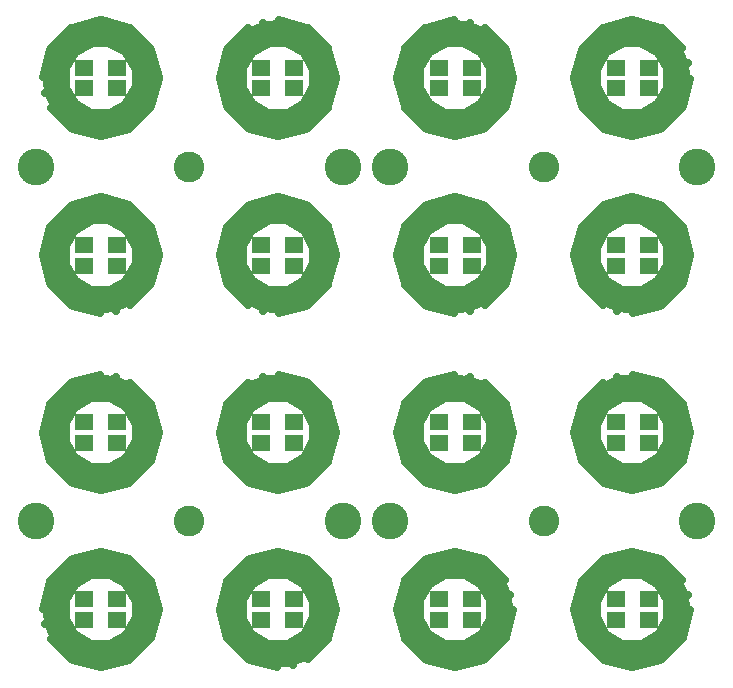
<source format=gbr>
G04 #@! TF.FileFunction,Soldermask,Top*
%FSLAX46Y46*%
G04 Gerber Fmt 4.6, Leading zero omitted, Abs format (unit mm)*
G04 Created by KiCad (PCBNEW 4.0.6) date Saturday 24 June 2017 19:05:42*
%MOMM*%
%LPD*%
G01*
G04 APERTURE LIST*
%ADD10C,0.100000*%
%ADD11C,0.300000*%
%ADD12O,0.700000X2.200000*%
%ADD13C,0.700000*%
%ADD14O,2.200000X0.700000*%
%ADD15O,1.900000X0.700000*%
%ADD16O,0.700000X1.900000*%
%ADD17C,2.600000*%
%ADD18C,3.100000*%
%ADD19R,1.650000X1.350000*%
G04 APERTURE END LIST*
D10*
D11*
X57250000Y7500000D02*
G75*
G03X57250000Y7500000I-4750000J0D01*
G01*
X57000000Y7500000D02*
G75*
G03X57000000Y7500000I-4500000J0D01*
G01*
X56750000Y7500000D02*
G75*
G03X56750000Y7500000I-4250000J0D01*
G01*
X56500000Y7500000D02*
G75*
G03X56500000Y7500000I-4000000J0D01*
G01*
X56258324Y7500000D02*
G75*
G03X56258324Y7500000I-3758324J0D01*
G01*
X56000000Y7500000D02*
G75*
G03X56000000Y7500000I-3500000J0D01*
G01*
X55750000Y7500000D02*
G75*
G03X55750000Y7500000I-3250000J0D01*
G01*
X12250000Y52500000D02*
G75*
G03X12250000Y52500000I-4750000J0D01*
G01*
X12000000Y52500000D02*
G75*
G03X12000000Y52500000I-4500000J0D01*
G01*
X11750000Y52500000D02*
G75*
G03X11750000Y52500000I-4250000J0D01*
G01*
X11500000Y52500000D02*
G75*
G03X11500000Y52500000I-4000000J0D01*
G01*
X11258324Y52500000D02*
G75*
G03X11258324Y52500000I-3758324J0D01*
G01*
X11000000Y52500000D02*
G75*
G03X11000000Y52500000I-3500000J0D01*
G01*
X10750000Y52500000D02*
G75*
G03X10750000Y52500000I-3250000J0D01*
G01*
X27250000Y52500000D02*
G75*
G03X27250000Y52500000I-4750000J0D01*
G01*
X27000000Y52500000D02*
G75*
G03X27000000Y52500000I-4500000J0D01*
G01*
X26750000Y52500000D02*
G75*
G03X26750000Y52500000I-4250000J0D01*
G01*
X26500000Y52500000D02*
G75*
G03X26500000Y52500000I-4000000J0D01*
G01*
X26258324Y52500000D02*
G75*
G03X26258324Y52500000I-3758324J0D01*
G01*
X26000000Y52500000D02*
G75*
G03X26000000Y52500000I-3500000J0D01*
G01*
X25750000Y52500000D02*
G75*
G03X25750000Y52500000I-3250000J0D01*
G01*
X42250000Y52500000D02*
G75*
G03X42250000Y52500000I-4750000J0D01*
G01*
X42000000Y52500000D02*
G75*
G03X42000000Y52500000I-4500000J0D01*
G01*
X41750000Y52500000D02*
G75*
G03X41750000Y52500000I-4250000J0D01*
G01*
X41500000Y52500000D02*
G75*
G03X41500000Y52500000I-4000000J0D01*
G01*
X41258324Y52500000D02*
G75*
G03X41258324Y52500000I-3758324J0D01*
G01*
X41000000Y52500000D02*
G75*
G03X41000000Y52500000I-3500000J0D01*
G01*
X40750000Y52500000D02*
G75*
G03X40750000Y52500000I-3250000J0D01*
G01*
X57250000Y52500000D02*
G75*
G03X57250000Y52500000I-4750000J0D01*
G01*
X57000000Y52500000D02*
G75*
G03X57000000Y52500000I-4500000J0D01*
G01*
X56750000Y52500000D02*
G75*
G03X56750000Y52500000I-4250000J0D01*
G01*
X56500000Y52500000D02*
G75*
G03X56500000Y52500000I-4000000J0D01*
G01*
X56258324Y52500000D02*
G75*
G03X56258324Y52500000I-3758324J0D01*
G01*
X56000000Y52500000D02*
G75*
G03X56000000Y52500000I-3500000J0D01*
G01*
X55750000Y52500000D02*
G75*
G03X55750000Y52500000I-3250000J0D01*
G01*
X12250000Y37500000D02*
G75*
G03X12250000Y37500000I-4750000J0D01*
G01*
X12000000Y37500000D02*
G75*
G03X12000000Y37500000I-4500000J0D01*
G01*
X11750000Y37500000D02*
G75*
G03X11750000Y37500000I-4250000J0D01*
G01*
X11500000Y37500000D02*
G75*
G03X11500000Y37500000I-4000000J0D01*
G01*
X11258324Y37500000D02*
G75*
G03X11258324Y37500000I-3758324J0D01*
G01*
X11000000Y37500000D02*
G75*
G03X11000000Y37500000I-3500000J0D01*
G01*
X10750000Y37500000D02*
G75*
G03X10750000Y37500000I-3250000J0D01*
G01*
X27250000Y37500000D02*
G75*
G03X27250000Y37500000I-4750000J0D01*
G01*
X27000000Y37500000D02*
G75*
G03X27000000Y37500000I-4500000J0D01*
G01*
X26750000Y37500000D02*
G75*
G03X26750000Y37500000I-4250000J0D01*
G01*
X26500000Y37500000D02*
G75*
G03X26500000Y37500000I-4000000J0D01*
G01*
X26258324Y37500000D02*
G75*
G03X26258324Y37500000I-3758324J0D01*
G01*
X26000000Y37500000D02*
G75*
G03X26000000Y37500000I-3500000J0D01*
G01*
X25750000Y37500000D02*
G75*
G03X25750000Y37500000I-3250000J0D01*
G01*
X42250000Y37500000D02*
G75*
G03X42250000Y37500000I-4750000J0D01*
G01*
X42000000Y37500000D02*
G75*
G03X42000000Y37500000I-4500000J0D01*
G01*
X41750000Y37500000D02*
G75*
G03X41750000Y37500000I-4250000J0D01*
G01*
X41500000Y37500000D02*
G75*
G03X41500000Y37500000I-4000000J0D01*
G01*
X41258324Y37500000D02*
G75*
G03X41258324Y37500000I-3758324J0D01*
G01*
X41000000Y37500000D02*
G75*
G03X41000000Y37500000I-3500000J0D01*
G01*
X40750000Y37500000D02*
G75*
G03X40750000Y37500000I-3250000J0D01*
G01*
X57250000Y37500000D02*
G75*
G03X57250000Y37500000I-4750000J0D01*
G01*
X57000000Y37500000D02*
G75*
G03X57000000Y37500000I-4500000J0D01*
G01*
X56750000Y37500000D02*
G75*
G03X56750000Y37500000I-4250000J0D01*
G01*
X56500000Y37500000D02*
G75*
G03X56500000Y37500000I-4000000J0D01*
G01*
X56258324Y37500000D02*
G75*
G03X56258324Y37500000I-3758324J0D01*
G01*
X56000000Y37500000D02*
G75*
G03X56000000Y37500000I-3500000J0D01*
G01*
X55750000Y37500000D02*
G75*
G03X55750000Y37500000I-3250000J0D01*
G01*
X12250000Y22500000D02*
G75*
G03X12250000Y22500000I-4750000J0D01*
G01*
X12000000Y22500000D02*
G75*
G03X12000000Y22500000I-4500000J0D01*
G01*
X11750000Y22500000D02*
G75*
G03X11750000Y22500000I-4250000J0D01*
G01*
X11500000Y22500000D02*
G75*
G03X11500000Y22500000I-4000000J0D01*
G01*
X11258324Y22500000D02*
G75*
G03X11258324Y22500000I-3758324J0D01*
G01*
X11000000Y22500000D02*
G75*
G03X11000000Y22500000I-3500000J0D01*
G01*
X10750000Y22500000D02*
G75*
G03X10750000Y22500000I-3250000J0D01*
G01*
X27250000Y22500000D02*
G75*
G03X27250000Y22500000I-4750000J0D01*
G01*
X27000000Y22500000D02*
G75*
G03X27000000Y22500000I-4500000J0D01*
G01*
X26750000Y22500000D02*
G75*
G03X26750000Y22500000I-4250000J0D01*
G01*
X26500000Y22500000D02*
G75*
G03X26500000Y22500000I-4000000J0D01*
G01*
X26258324Y22500000D02*
G75*
G03X26258324Y22500000I-3758324J0D01*
G01*
X26000000Y22500000D02*
G75*
G03X26000000Y22500000I-3500000J0D01*
G01*
X25750000Y22500000D02*
G75*
G03X25750000Y22500000I-3250000J0D01*
G01*
X42250000Y22500000D02*
G75*
G03X42250000Y22500000I-4750000J0D01*
G01*
X42000000Y22500000D02*
G75*
G03X42000000Y22500000I-4500000J0D01*
G01*
X41750000Y22500000D02*
G75*
G03X41750000Y22500000I-4250000J0D01*
G01*
X41500000Y22500000D02*
G75*
G03X41500000Y22500000I-4000000J0D01*
G01*
X41258324Y22500000D02*
G75*
G03X41258324Y22500000I-3758324J0D01*
G01*
X41000000Y22500000D02*
G75*
G03X41000000Y22500000I-3500000J0D01*
G01*
X40750000Y22500000D02*
G75*
G03X40750000Y22500000I-3250000J0D01*
G01*
X57250000Y22500000D02*
G75*
G03X57250000Y22500000I-4750000J0D01*
G01*
X57000000Y22500000D02*
G75*
G03X57000000Y22500000I-4500000J0D01*
G01*
X56750000Y22500000D02*
G75*
G03X56750000Y22500000I-4250000J0D01*
G01*
X56500000Y22500000D02*
G75*
G03X56500000Y22500000I-4000000J0D01*
G01*
X56258324Y22500000D02*
G75*
G03X56258324Y22500000I-3758324J0D01*
G01*
X56000000Y22500000D02*
G75*
G03X56000000Y22500000I-3500000J0D01*
G01*
X55750000Y22500000D02*
G75*
G03X55750000Y22500000I-3250000J0D01*
G01*
X12250000Y7500000D02*
G75*
G03X12250000Y7500000I-4750000J0D01*
G01*
X12000000Y7500000D02*
G75*
G03X12000000Y7500000I-4500000J0D01*
G01*
X11750000Y7500000D02*
G75*
G03X11750000Y7500000I-4250000J0D01*
G01*
X11500000Y7500000D02*
G75*
G03X11500000Y7500000I-4000000J0D01*
G01*
X11258324Y7500000D02*
G75*
G03X11258324Y7500000I-3758324J0D01*
G01*
X11000000Y7500000D02*
G75*
G03X11000000Y7500000I-3500000J0D01*
G01*
X10750000Y7500000D02*
G75*
G03X10750000Y7500000I-3250000J0D01*
G01*
X27250000Y7500000D02*
G75*
G03X27250000Y7500000I-4750000J0D01*
G01*
X27000000Y7500000D02*
G75*
G03X27000000Y7500000I-4500000J0D01*
G01*
X26750000Y7500000D02*
G75*
G03X26750000Y7500000I-4250000J0D01*
G01*
X26500000Y7500000D02*
G75*
G03X26500000Y7500000I-4000000J0D01*
G01*
X26258324Y7500000D02*
G75*
G03X26258324Y7500000I-3758324J0D01*
G01*
X26000000Y7500000D02*
G75*
G03X26000000Y7500000I-3500000J0D01*
G01*
X25750000Y7500000D02*
G75*
G03X25750000Y7500000I-3250000J0D01*
G01*
X42250000Y7500000D02*
G75*
G03X42250000Y7500000I-4750000J0D01*
G01*
X42000000Y7500000D02*
G75*
G03X42000000Y7500000I-4500000J0D01*
G01*
X41750000Y7500000D02*
G75*
G03X41750000Y7500000I-4250000J0D01*
G01*
X41500000Y7500000D02*
G75*
G03X41500000Y7500000I-4000000J0D01*
G01*
X41258324Y7500000D02*
G75*
G03X41258324Y7500000I-3758324J0D01*
G01*
X41000000Y7500000D02*
G75*
G03X41000000Y7500000I-3500000J0D01*
G01*
X40750000Y7500000D02*
G75*
G03X40750000Y7500000I-3250000J0D01*
G01*
D12*
X55450000Y7500000D03*
D13*
X54679775Y9624519D02*
X55429775Y8325481D01*
X53325481Y10429775D02*
X54624519Y9679775D01*
D14*
X52500000Y10450000D03*
D13*
X50375481Y9679775D02*
X51674519Y10429775D01*
X49570225Y8325481D02*
X50320225Y9624519D01*
D12*
X49550000Y7500000D03*
D13*
X50320225Y5375481D02*
X49570225Y6674519D01*
X51674519Y4570225D02*
X50375481Y5320225D01*
D14*
X52500000Y4550000D03*
D13*
X54624519Y5320225D02*
X53325481Y4570225D01*
X55429775Y6674519D02*
X54679775Y5375481D01*
D15*
X56600000Y7500000D03*
D13*
X55010230Y11707285D02*
X56707286Y10010229D01*
X52570280Y12398731D02*
X54888502Y11777565D01*
X50111499Y11777565D02*
X52429721Y12398731D01*
X48292715Y10010230D02*
X49989771Y11707286D01*
X47601269Y7570280D02*
X48222435Y9888502D01*
X48222435Y5111499D02*
X47601269Y7429721D01*
X49989770Y3292715D02*
X48292714Y4989771D01*
X52429720Y2601269D02*
X50111498Y3222435D01*
X54888501Y3222435D02*
X52570279Y2601269D01*
X56707285Y4989770D02*
X55010229Y3292714D01*
X57398731Y7429720D02*
X56777565Y5111498D01*
X55542667Y8315279D02*
X57184741Y8755271D01*
X55531089Y9250000D02*
X56570319Y9850000D01*
X54250000Y10531089D02*
X54850000Y11570319D01*
D16*
X52500000Y11600000D03*
D13*
X50750000Y10531089D02*
X50150000Y11570319D01*
X49468911Y9250000D02*
X48429681Y9850000D01*
D15*
X48400000Y7500000D03*
D13*
X49468911Y5750000D02*
X48429681Y5150000D01*
X50750000Y4468911D02*
X50150000Y3429681D01*
D16*
X52500000Y3400000D03*
D13*
X54250000Y4468911D02*
X54850000Y3429681D01*
X55531089Y5750000D02*
X56570319Y5150000D01*
X55494370Y6697660D02*
X56556888Y6412960D01*
X54692030Y5307969D02*
X55469848Y4530151D01*
X53302339Y4505630D02*
X53587039Y3443112D01*
X51697660Y4505630D02*
X51412960Y3443112D01*
X50307969Y5307970D02*
X49530151Y4530152D01*
X49505630Y6697661D02*
X48443112Y6412961D01*
X49505630Y8302340D02*
X48443112Y8587040D01*
X50307970Y9692031D02*
X49530152Y10469849D01*
X51697661Y10494370D02*
X51412961Y11556888D01*
X53302340Y10494370D02*
X53587040Y11556888D01*
X54692031Y9692030D02*
X55469849Y10469848D01*
D17*
X15000000Y45000000D03*
D18*
X32000000Y45000000D03*
D17*
X45000000Y45000000D03*
X15000000Y15000000D03*
X45000000Y15000000D03*
D18*
X2000000Y45000000D03*
X28000000Y45000000D03*
X58000000Y45000000D03*
X2000000Y15000000D03*
X28000000Y15000000D03*
X32000000Y15000000D03*
X58000000Y15000000D03*
D12*
X4550000Y52500000D03*
D13*
X5320225Y50375481D02*
X4570225Y51674519D01*
X6674519Y49570225D02*
X5375481Y50320225D01*
D14*
X7500000Y49550000D03*
D13*
X9624519Y50320225D02*
X8325481Y49570225D01*
X10429775Y51674519D02*
X9679775Y50375481D01*
D12*
X10450000Y52500000D03*
D13*
X9679775Y54624519D02*
X10429775Y53325481D01*
X8325481Y55429775D02*
X9624519Y54679775D01*
D14*
X7500000Y55450000D03*
D13*
X5375481Y54679775D02*
X6674519Y55429775D01*
X4570225Y53325481D02*
X5320225Y54624519D01*
D15*
X3400000Y52500000D03*
D13*
X4989770Y48292715D02*
X3292714Y49989771D01*
X7429720Y47601269D02*
X5111498Y48222435D01*
X9888501Y48222435D02*
X7570279Y47601269D01*
X11707285Y49989770D02*
X10010229Y48292714D01*
X12398731Y52429720D02*
X11777565Y50111498D01*
X11777565Y54888501D02*
X12398731Y52570279D01*
X10010230Y56707285D02*
X11707286Y55010229D01*
X7570280Y57398731D02*
X9888502Y56777565D01*
X5111499Y56777565D02*
X7429721Y57398731D01*
X3292715Y55010230D02*
X4989771Y56707286D01*
X2601269Y52570280D02*
X3222435Y54888502D01*
X4457333Y51684721D02*
X2815259Y51244729D01*
X4468911Y50750000D02*
X3429681Y50150000D01*
X5750000Y49468911D02*
X5150000Y48429681D01*
D16*
X7500000Y48400000D03*
D13*
X9250000Y49468911D02*
X9850000Y48429681D01*
X10531089Y50750000D02*
X11570319Y50150000D01*
D15*
X11600000Y52500000D03*
D13*
X10531089Y54250000D02*
X11570319Y54850000D01*
X9250000Y55531089D02*
X9850000Y56570319D01*
D16*
X7500000Y56600000D03*
D13*
X5750000Y55531089D02*
X5150000Y56570319D01*
X4468911Y54250000D02*
X3429681Y54850000D01*
X4505630Y53302340D02*
X3443112Y53587040D01*
X5307970Y54692031D02*
X4530152Y55469849D01*
X6697661Y55494370D02*
X6412961Y56556888D01*
X8302340Y55494370D02*
X8587040Y56556888D01*
X9692031Y54692030D02*
X10469849Y55469848D01*
X10494370Y53302339D02*
X11556888Y53587039D01*
X10494370Y51697660D02*
X11556888Y51412960D01*
X9692030Y50307969D02*
X10469848Y49530151D01*
X8302339Y49505630D02*
X8587039Y48443112D01*
X6697660Y49505630D02*
X6412960Y48443112D01*
X5307969Y50307970D02*
X4530151Y49530152D01*
D14*
X22500000Y55450000D03*
D13*
X20375481Y54679775D02*
X21674519Y55429775D01*
X19570225Y53325481D02*
X20320225Y54624519D01*
D12*
X19550000Y52500000D03*
D13*
X20320225Y50375481D02*
X19570225Y51674519D01*
X21674519Y49570225D02*
X20375481Y50320225D01*
D14*
X22500000Y49550000D03*
D13*
X24624519Y50320225D02*
X23325481Y49570225D01*
X25429775Y51674519D02*
X24679775Y50375481D01*
D12*
X25450000Y52500000D03*
D13*
X24679775Y54624519D02*
X25429775Y53325481D01*
X23325481Y55429775D02*
X24624519Y54679775D01*
D16*
X22500000Y56600000D03*
D13*
X18292715Y55010230D02*
X19989771Y56707286D01*
X17601269Y52570280D02*
X18222435Y54888502D01*
X18222435Y50111499D02*
X17601269Y52429721D01*
X19989770Y48292715D02*
X18292714Y49989771D01*
X22429720Y47601269D02*
X20111498Y48222435D01*
X24888501Y48222435D02*
X22570279Y47601269D01*
X26707285Y49989770D02*
X25010229Y48292714D01*
X27398731Y52429720D02*
X26777565Y50111498D01*
X26777565Y54888501D02*
X27398731Y52570279D01*
X25010230Y56707285D02*
X26707286Y55010229D01*
X22570280Y57398731D02*
X24888502Y56777565D01*
X21684721Y55542667D02*
X21244729Y57184741D01*
X20750000Y55531089D02*
X20150000Y56570319D01*
X19468911Y54250000D02*
X18429681Y54850000D01*
D15*
X18400000Y52500000D03*
D13*
X19468911Y50750000D02*
X18429681Y50150000D01*
X20750000Y49468911D02*
X20150000Y48429681D01*
D16*
X22500000Y48400000D03*
D13*
X24250000Y49468911D02*
X24850000Y48429681D01*
X25531089Y50750000D02*
X26570319Y50150000D01*
D15*
X26600000Y52500000D03*
D13*
X25531089Y54250000D02*
X26570319Y54850000D01*
X24250000Y55531089D02*
X24850000Y56570319D01*
X23302340Y55494370D02*
X23587040Y56556888D01*
X24692031Y54692030D02*
X25469849Y55469848D01*
X25494370Y53302339D02*
X26556888Y53587039D01*
X25494370Y51697660D02*
X26556888Y51412960D01*
X24692030Y50307969D02*
X25469848Y49530151D01*
X23302339Y49505630D02*
X23587039Y48443112D01*
X21697660Y49505630D02*
X21412960Y48443112D01*
X20307969Y50307970D02*
X19530151Y49530152D01*
X19505630Y51697661D02*
X18443112Y51412961D01*
X19505630Y53302340D02*
X18443112Y53587040D01*
X20307970Y54692031D02*
X19530152Y55469849D01*
X38325481Y55429775D02*
X39624519Y54679775D01*
D14*
X37500000Y55450000D03*
D13*
X35375481Y54679775D02*
X36674519Y55429775D01*
X34570225Y53325481D02*
X35320225Y54624519D01*
D12*
X34550000Y52500000D03*
D13*
X35320225Y50375481D02*
X34570225Y51674519D01*
X36674519Y49570225D02*
X35375481Y50320225D01*
D14*
X37500000Y49550000D03*
D13*
X39624519Y50320225D02*
X38325481Y49570225D01*
X40429775Y51674519D02*
X39679775Y50375481D01*
D12*
X40450000Y52500000D03*
D13*
X39679775Y54624519D02*
X40429775Y53325481D01*
X39250000Y55531089D02*
X39850000Y56570319D01*
X35111499Y56777565D02*
X37429721Y57398731D01*
X33292715Y55010230D02*
X34989771Y56707286D01*
X32601269Y52570280D02*
X33222435Y54888502D01*
X33222435Y50111499D02*
X32601269Y52429721D01*
X34989770Y48292715D02*
X33292714Y49989771D01*
X37429720Y47601269D02*
X35111498Y48222435D01*
X39888501Y48222435D02*
X37570279Y47601269D01*
X41707285Y49989770D02*
X40010229Y48292714D01*
X42398731Y52429720D02*
X41777565Y50111498D01*
X41777565Y54888501D02*
X42398731Y52570279D01*
X40010230Y56707285D02*
X41707286Y55010229D01*
X38315282Y55542666D02*
X38755274Y57184740D01*
D16*
X37500000Y56600000D03*
D13*
X35750000Y55531089D02*
X35150000Y56570319D01*
X34468911Y54250000D02*
X33429681Y54850000D01*
D15*
X33400000Y52500000D03*
D13*
X34468911Y50750000D02*
X33429681Y50150000D01*
X35750000Y49468911D02*
X35150000Y48429681D01*
D16*
X37500000Y48400000D03*
D13*
X39250000Y49468911D02*
X39850000Y48429681D01*
X40531089Y50750000D02*
X41570319Y50150000D01*
D15*
X41600000Y52500000D03*
D13*
X40531089Y54250000D02*
X41570319Y54850000D01*
X39692031Y54692030D02*
X40469849Y55469848D01*
X40494370Y53302339D02*
X41556888Y53587039D01*
X40494370Y51697660D02*
X41556888Y51412960D01*
X39692030Y50307969D02*
X40469848Y49530151D01*
X38302339Y49505630D02*
X38587039Y48443112D01*
X36697660Y49505630D02*
X36412960Y48443112D01*
X35307969Y50307970D02*
X34530151Y49530152D01*
X34505630Y51697661D02*
X33443112Y51412961D01*
X34505630Y53302340D02*
X33443112Y53587040D01*
X35307970Y54692031D02*
X34530152Y55469849D01*
X36697661Y55494370D02*
X36412961Y56556888D01*
D12*
X55450000Y52500000D03*
D13*
X54679775Y54624519D02*
X55429775Y53325481D01*
X53325481Y55429775D02*
X54624519Y54679775D01*
D14*
X52500000Y55450000D03*
D13*
X50375481Y54679775D02*
X51674519Y55429775D01*
X49570225Y53325481D02*
X50320225Y54624519D01*
D12*
X49550000Y52500000D03*
D13*
X50320225Y50375481D02*
X49570225Y51674519D01*
X51674519Y49570225D02*
X50375481Y50320225D01*
D14*
X52500000Y49550000D03*
D13*
X54624519Y50320225D02*
X53325481Y49570225D01*
X55429775Y51674519D02*
X54679775Y50375481D01*
D15*
X56600000Y52500000D03*
D13*
X55010230Y56707285D02*
X56707286Y55010229D01*
X52570280Y57398731D02*
X54888502Y56777565D01*
X50111499Y56777565D02*
X52429721Y57398731D01*
X48292715Y55010230D02*
X49989771Y56707286D01*
X47601269Y52570280D02*
X48222435Y54888502D01*
X48222435Y50111499D02*
X47601269Y52429721D01*
X49989770Y48292715D02*
X48292714Y49989771D01*
X52429720Y47601269D02*
X50111498Y48222435D01*
X54888501Y48222435D02*
X52570279Y47601269D01*
X56707285Y49989770D02*
X55010229Y48292714D01*
X57398731Y52429720D02*
X56777565Y50111498D01*
X55542667Y53315279D02*
X57184741Y53755271D01*
X55531089Y54250000D02*
X56570319Y54850000D01*
X54250000Y55531089D02*
X54850000Y56570319D01*
D16*
X52500000Y56600000D03*
D13*
X50750000Y55531089D02*
X50150000Y56570319D01*
X49468911Y54250000D02*
X48429681Y54850000D01*
D15*
X48400000Y52500000D03*
D13*
X49468911Y50750000D02*
X48429681Y50150000D01*
X50750000Y49468911D02*
X50150000Y48429681D01*
D16*
X52500000Y48400000D03*
D13*
X54250000Y49468911D02*
X54850000Y48429681D01*
X55531089Y50750000D02*
X56570319Y50150000D01*
X55494370Y51697660D02*
X56556888Y51412960D01*
X54692030Y50307969D02*
X55469848Y49530151D01*
X53302339Y49505630D02*
X53587039Y48443112D01*
X51697660Y49505630D02*
X51412960Y48443112D01*
X50307969Y50307970D02*
X49530151Y49530152D01*
X49505630Y51697661D02*
X48443112Y51412961D01*
X49505630Y53302340D02*
X48443112Y53587040D01*
X50307970Y54692031D02*
X49530152Y55469849D01*
X51697661Y55494370D02*
X51412961Y56556888D01*
X53302340Y55494370D02*
X53587040Y56556888D01*
X54692031Y54692030D02*
X55469849Y55469848D01*
D14*
X7500000Y34550000D03*
D13*
X9624519Y35320225D02*
X8325481Y34570225D01*
X10429775Y36674519D02*
X9679775Y35375481D01*
D12*
X10450000Y37500000D03*
D13*
X9679775Y39624519D02*
X10429775Y38325481D01*
X8325481Y40429775D02*
X9624519Y39679775D01*
D14*
X7500000Y40450000D03*
D13*
X5375481Y39679775D02*
X6674519Y40429775D01*
X4570225Y38325481D02*
X5320225Y39624519D01*
D12*
X4550000Y37500000D03*
D13*
X5320225Y35375481D02*
X4570225Y36674519D01*
X6674519Y34570225D02*
X5375481Y35320225D01*
D16*
X7500000Y33400000D03*
D13*
X11707285Y34989770D02*
X10010229Y33292714D01*
X12398731Y37429720D02*
X11777565Y35111498D01*
X11777565Y39888501D02*
X12398731Y37570279D01*
X10010230Y41707285D02*
X11707286Y40010229D01*
X7570280Y42398731D02*
X9888502Y41777565D01*
X5111499Y41777565D02*
X7429721Y42398731D01*
X3292715Y40010230D02*
X4989771Y41707286D01*
X2601269Y37570280D02*
X3222435Y39888502D01*
X3222435Y35111499D02*
X2601269Y37429721D01*
X4989770Y33292715D02*
X3292714Y34989771D01*
X7429720Y32601269D02*
X5111498Y33222435D01*
X8315279Y34457333D02*
X8755271Y32815259D01*
X9250000Y34468911D02*
X9850000Y33429681D01*
X10531089Y35750000D02*
X11570319Y35150000D01*
D15*
X11600000Y37500000D03*
D13*
X10531089Y39250000D02*
X11570319Y39850000D01*
X9250000Y40531089D02*
X9850000Y41570319D01*
D16*
X7500000Y41600000D03*
D13*
X5750000Y40531089D02*
X5150000Y41570319D01*
X4468911Y39250000D02*
X3429681Y39850000D01*
D15*
X3400000Y37500000D03*
D13*
X4468911Y35750000D02*
X3429681Y35150000D01*
X5750000Y34468911D02*
X5150000Y33429681D01*
X6697660Y34505630D02*
X6412960Y33443112D01*
X5307969Y35307970D02*
X4530151Y34530152D01*
X4505630Y36697661D02*
X3443112Y36412961D01*
X4505630Y38302340D02*
X3443112Y38587040D01*
X5307970Y39692031D02*
X4530152Y40469849D01*
X6697661Y40494370D02*
X6412961Y41556888D01*
X8302340Y40494370D02*
X8587040Y41556888D01*
X9692031Y39692030D02*
X10469849Y40469848D01*
X10494370Y38302339D02*
X11556888Y38587039D01*
X10494370Y36697660D02*
X11556888Y36412960D01*
X9692030Y35307969D02*
X10469848Y34530151D01*
X21674519Y34570225D02*
X20375481Y35320225D01*
D14*
X22500000Y34550000D03*
D13*
X24624519Y35320225D02*
X23325481Y34570225D01*
X25429775Y36674519D02*
X24679775Y35375481D01*
D12*
X25450000Y37500000D03*
D13*
X24679775Y39624519D02*
X25429775Y38325481D01*
X23325481Y40429775D02*
X24624519Y39679775D01*
D14*
X22500000Y40450000D03*
D13*
X20375481Y39679775D02*
X21674519Y40429775D01*
X19570225Y38325481D02*
X20320225Y39624519D01*
D12*
X19550000Y37500000D03*
D13*
X20320225Y35375481D02*
X19570225Y36674519D01*
X20750000Y34468911D02*
X20150000Y33429681D01*
X24888501Y33222435D02*
X22570279Y32601269D01*
X26707285Y34989770D02*
X25010229Y33292714D01*
X27398731Y37429720D02*
X26777565Y35111498D01*
X26777565Y39888501D02*
X27398731Y37570279D01*
X25010230Y41707285D02*
X26707286Y40010229D01*
X22570280Y42398731D02*
X24888502Y41777565D01*
X20111499Y41777565D02*
X22429721Y42398731D01*
X18292715Y40010230D02*
X19989771Y41707286D01*
X17601269Y37570280D02*
X18222435Y39888502D01*
X18222435Y35111499D02*
X17601269Y37429721D01*
X19989770Y33292715D02*
X18292714Y34989771D01*
X21684718Y34457334D02*
X21244726Y32815260D01*
D16*
X22500000Y33400000D03*
D13*
X24250000Y34468911D02*
X24850000Y33429681D01*
X25531089Y35750000D02*
X26570319Y35150000D01*
D15*
X26600000Y37500000D03*
D13*
X25531089Y39250000D02*
X26570319Y39850000D01*
X24250000Y40531089D02*
X24850000Y41570319D01*
D16*
X22500000Y41600000D03*
D13*
X20750000Y40531089D02*
X20150000Y41570319D01*
X19468911Y39250000D02*
X18429681Y39850000D01*
D15*
X18400000Y37500000D03*
D13*
X19468911Y35750000D02*
X18429681Y35150000D01*
X20307969Y35307970D02*
X19530151Y34530152D01*
X19505630Y36697661D02*
X18443112Y36412961D01*
X19505630Y38302340D02*
X18443112Y38587040D01*
X20307970Y39692031D02*
X19530152Y40469849D01*
X21697661Y40494370D02*
X21412961Y41556888D01*
X23302340Y40494370D02*
X23587040Y41556888D01*
X24692031Y39692030D02*
X25469849Y40469848D01*
X25494370Y38302339D02*
X26556888Y38587039D01*
X25494370Y36697660D02*
X26556888Y36412960D01*
X24692030Y35307969D02*
X25469848Y34530151D01*
X23302339Y34505630D02*
X23587039Y33443112D01*
D14*
X37500000Y34550000D03*
D13*
X39624519Y35320225D02*
X38325481Y34570225D01*
X40429775Y36674519D02*
X39679775Y35375481D01*
D12*
X40450000Y37500000D03*
D13*
X39679775Y39624519D02*
X40429775Y38325481D01*
X38325481Y40429775D02*
X39624519Y39679775D01*
D14*
X37500000Y40450000D03*
D13*
X35375481Y39679775D02*
X36674519Y40429775D01*
X34570225Y38325481D02*
X35320225Y39624519D01*
D12*
X34550000Y37500000D03*
D13*
X35320225Y35375481D02*
X34570225Y36674519D01*
X36674519Y34570225D02*
X35375481Y35320225D01*
D16*
X37500000Y33400000D03*
D13*
X41707285Y34989770D02*
X40010229Y33292714D01*
X42398731Y37429720D02*
X41777565Y35111498D01*
X41777565Y39888501D02*
X42398731Y37570279D01*
X40010230Y41707285D02*
X41707286Y40010229D01*
X37570280Y42398731D02*
X39888502Y41777565D01*
X35111499Y41777565D02*
X37429721Y42398731D01*
X33292715Y40010230D02*
X34989771Y41707286D01*
X32601269Y37570280D02*
X33222435Y39888502D01*
X33222435Y35111499D02*
X32601269Y37429721D01*
X34989770Y33292715D02*
X33292714Y34989771D01*
X37429720Y32601269D02*
X35111498Y33222435D01*
X38315279Y34457333D02*
X38755271Y32815259D01*
X39250000Y34468911D02*
X39850000Y33429681D01*
X40531089Y35750000D02*
X41570319Y35150000D01*
D15*
X41600000Y37500000D03*
D13*
X40531089Y39250000D02*
X41570319Y39850000D01*
X39250000Y40531089D02*
X39850000Y41570319D01*
D16*
X37500000Y41600000D03*
D13*
X35750000Y40531089D02*
X35150000Y41570319D01*
X34468911Y39250000D02*
X33429681Y39850000D01*
D15*
X33400000Y37500000D03*
D13*
X34468911Y35750000D02*
X33429681Y35150000D01*
X35750000Y34468911D02*
X35150000Y33429681D01*
X36697660Y34505630D02*
X36412960Y33443112D01*
X35307969Y35307970D02*
X34530151Y34530152D01*
X34505630Y36697661D02*
X33443112Y36412961D01*
X34505630Y38302340D02*
X33443112Y38587040D01*
X35307970Y39692031D02*
X34530152Y40469849D01*
X36697661Y40494370D02*
X36412961Y41556888D01*
X38302340Y40494370D02*
X38587040Y41556888D01*
X39692031Y39692030D02*
X40469849Y40469848D01*
X40494370Y38302339D02*
X41556888Y38587039D01*
X40494370Y36697660D02*
X41556888Y36412960D01*
X39692030Y35307969D02*
X40469848Y34530151D01*
X51674519Y34570225D02*
X50375481Y35320225D01*
D14*
X52500000Y34550000D03*
D13*
X54624519Y35320225D02*
X53325481Y34570225D01*
X55429775Y36674519D02*
X54679775Y35375481D01*
D12*
X55450000Y37500000D03*
D13*
X54679775Y39624519D02*
X55429775Y38325481D01*
X53325481Y40429775D02*
X54624519Y39679775D01*
D14*
X52500000Y40450000D03*
D13*
X50375481Y39679775D02*
X51674519Y40429775D01*
X49570225Y38325481D02*
X50320225Y39624519D01*
D12*
X49550000Y37500000D03*
D13*
X50320225Y35375481D02*
X49570225Y36674519D01*
X50750000Y34468911D02*
X50150000Y33429681D01*
X54888501Y33222435D02*
X52570279Y32601269D01*
X56707285Y34989770D02*
X55010229Y33292714D01*
X57398731Y37429720D02*
X56777565Y35111498D01*
X56777565Y39888501D02*
X57398731Y37570279D01*
X55010230Y41707285D02*
X56707286Y40010229D01*
X52570280Y42398731D02*
X54888502Y41777565D01*
X50111499Y41777565D02*
X52429721Y42398731D01*
X48292715Y40010230D02*
X49989771Y41707286D01*
X47601269Y37570280D02*
X48222435Y39888502D01*
X48222435Y35111499D02*
X47601269Y37429721D01*
X49989770Y33292715D02*
X48292714Y34989771D01*
X51684718Y34457334D02*
X51244726Y32815260D01*
D16*
X52500000Y33400000D03*
D13*
X54250000Y34468911D02*
X54850000Y33429681D01*
X55531089Y35750000D02*
X56570319Y35150000D01*
D15*
X56600000Y37500000D03*
D13*
X55531089Y39250000D02*
X56570319Y39850000D01*
X54250000Y40531089D02*
X54850000Y41570319D01*
D16*
X52500000Y41600000D03*
D13*
X50750000Y40531089D02*
X50150000Y41570319D01*
X49468911Y39250000D02*
X48429681Y39850000D01*
D15*
X48400000Y37500000D03*
D13*
X49468911Y35750000D02*
X48429681Y35150000D01*
X50307969Y35307970D02*
X49530151Y34530152D01*
X49505630Y36697661D02*
X48443112Y36412961D01*
X49505630Y38302340D02*
X48443112Y38587040D01*
X50307970Y39692031D02*
X49530152Y40469849D01*
X51697661Y40494370D02*
X51412961Y41556888D01*
X53302340Y40494370D02*
X53587040Y41556888D01*
X54692031Y39692030D02*
X55469849Y40469848D01*
X55494370Y38302339D02*
X56556888Y38587039D01*
X55494370Y36697660D02*
X56556888Y36412960D01*
X54692030Y35307969D02*
X55469848Y34530151D01*
X53302339Y34505630D02*
X53587039Y33443112D01*
X8325481Y25429775D02*
X9624519Y24679775D01*
D14*
X7500000Y25450000D03*
D13*
X5375481Y24679775D02*
X6674519Y25429775D01*
X4570225Y23325481D02*
X5320225Y24624519D01*
D12*
X4550000Y22500000D03*
D13*
X5320225Y20375481D02*
X4570225Y21674519D01*
X6674519Y19570225D02*
X5375481Y20320225D01*
D14*
X7500000Y19550000D03*
D13*
X9624519Y20320225D02*
X8325481Y19570225D01*
X10429775Y21674519D02*
X9679775Y20375481D01*
D12*
X10450000Y22500000D03*
D13*
X9679775Y24624519D02*
X10429775Y23325481D01*
X9250000Y25531089D02*
X9850000Y26570319D01*
X5111499Y26777565D02*
X7429721Y27398731D01*
X3292715Y25010230D02*
X4989771Y26707286D01*
X2601269Y22570280D02*
X3222435Y24888502D01*
X3222435Y20111499D02*
X2601269Y22429721D01*
X4989770Y18292715D02*
X3292714Y19989771D01*
X7429720Y17601269D02*
X5111498Y18222435D01*
X9888501Y18222435D02*
X7570279Y17601269D01*
X11707285Y19989770D02*
X10010229Y18292714D01*
X12398731Y22429720D02*
X11777565Y20111498D01*
X11777565Y24888501D02*
X12398731Y22570279D01*
X10010230Y26707285D02*
X11707286Y25010229D01*
X8315282Y25542666D02*
X8755274Y27184740D01*
D16*
X7500000Y26600000D03*
D13*
X5750000Y25531089D02*
X5150000Y26570319D01*
X4468911Y24250000D02*
X3429681Y24850000D01*
D15*
X3400000Y22500000D03*
D13*
X4468911Y20750000D02*
X3429681Y20150000D01*
X5750000Y19468911D02*
X5150000Y18429681D01*
D16*
X7500000Y18400000D03*
D13*
X9250000Y19468911D02*
X9850000Y18429681D01*
X10531089Y20750000D02*
X11570319Y20150000D01*
D15*
X11600000Y22500000D03*
D13*
X10531089Y24250000D02*
X11570319Y24850000D01*
X9692031Y24692030D02*
X10469849Y25469848D01*
X10494370Y23302339D02*
X11556888Y23587039D01*
X10494370Y21697660D02*
X11556888Y21412960D01*
X9692030Y20307969D02*
X10469848Y19530151D01*
X8302339Y19505630D02*
X8587039Y18443112D01*
X6697660Y19505630D02*
X6412960Y18443112D01*
X5307969Y20307970D02*
X4530151Y19530152D01*
X4505630Y21697661D02*
X3443112Y21412961D01*
X4505630Y23302340D02*
X3443112Y23587040D01*
X5307970Y24692031D02*
X4530152Y25469849D01*
X6697661Y25494370D02*
X6412961Y26556888D01*
D14*
X22500000Y25450000D03*
D13*
X20375481Y24679775D02*
X21674519Y25429775D01*
X19570225Y23325481D02*
X20320225Y24624519D01*
D12*
X19550000Y22500000D03*
D13*
X20320225Y20375481D02*
X19570225Y21674519D01*
X21674519Y19570225D02*
X20375481Y20320225D01*
D14*
X22500000Y19550000D03*
D13*
X24624519Y20320225D02*
X23325481Y19570225D01*
X25429775Y21674519D02*
X24679775Y20375481D01*
D12*
X25450000Y22500000D03*
D13*
X24679775Y24624519D02*
X25429775Y23325481D01*
X23325481Y25429775D02*
X24624519Y24679775D01*
D16*
X22500000Y26600000D03*
D13*
X18292715Y25010230D02*
X19989771Y26707286D01*
X17601269Y22570280D02*
X18222435Y24888502D01*
X18222435Y20111499D02*
X17601269Y22429721D01*
X19989770Y18292715D02*
X18292714Y19989771D01*
X22429720Y17601269D02*
X20111498Y18222435D01*
X24888501Y18222435D02*
X22570279Y17601269D01*
X26707285Y19989770D02*
X25010229Y18292714D01*
X27398731Y22429720D02*
X26777565Y20111498D01*
X26777565Y24888501D02*
X27398731Y22570279D01*
X25010230Y26707285D02*
X26707286Y25010229D01*
X22570280Y27398731D02*
X24888502Y26777565D01*
X21684721Y25542667D02*
X21244729Y27184741D01*
X20750000Y25531089D02*
X20150000Y26570319D01*
X19468911Y24250000D02*
X18429681Y24850000D01*
D15*
X18400000Y22500000D03*
D13*
X19468911Y20750000D02*
X18429681Y20150000D01*
X20750000Y19468911D02*
X20150000Y18429681D01*
D16*
X22500000Y18400000D03*
D13*
X24250000Y19468911D02*
X24850000Y18429681D01*
X25531089Y20750000D02*
X26570319Y20150000D01*
D15*
X26600000Y22500000D03*
D13*
X25531089Y24250000D02*
X26570319Y24850000D01*
X24250000Y25531089D02*
X24850000Y26570319D01*
X23302340Y25494370D02*
X23587040Y26556888D01*
X24692031Y24692030D02*
X25469849Y25469848D01*
X25494370Y23302339D02*
X26556888Y23587039D01*
X25494370Y21697660D02*
X26556888Y21412960D01*
X24692030Y20307969D02*
X25469848Y19530151D01*
X23302339Y19505630D02*
X23587039Y18443112D01*
X21697660Y19505630D02*
X21412960Y18443112D01*
X20307969Y20307970D02*
X19530151Y19530152D01*
X19505630Y21697661D02*
X18443112Y21412961D01*
X19505630Y23302340D02*
X18443112Y23587040D01*
X20307970Y24692031D02*
X19530152Y25469849D01*
X38325481Y25429775D02*
X39624519Y24679775D01*
D14*
X37500000Y25450000D03*
D13*
X35375481Y24679775D02*
X36674519Y25429775D01*
X34570225Y23325481D02*
X35320225Y24624519D01*
D12*
X34550000Y22500000D03*
D13*
X35320225Y20375481D02*
X34570225Y21674519D01*
X36674519Y19570225D02*
X35375481Y20320225D01*
D14*
X37500000Y19550000D03*
D13*
X39624519Y20320225D02*
X38325481Y19570225D01*
X40429775Y21674519D02*
X39679775Y20375481D01*
D12*
X40450000Y22500000D03*
D13*
X39679775Y24624519D02*
X40429775Y23325481D01*
X39250000Y25531089D02*
X39850000Y26570319D01*
X35111499Y26777565D02*
X37429721Y27398731D01*
X33292715Y25010230D02*
X34989771Y26707286D01*
X32601269Y22570280D02*
X33222435Y24888502D01*
X33222435Y20111499D02*
X32601269Y22429721D01*
X34989770Y18292715D02*
X33292714Y19989771D01*
X37429720Y17601269D02*
X35111498Y18222435D01*
X39888501Y18222435D02*
X37570279Y17601269D01*
X41707285Y19989770D02*
X40010229Y18292714D01*
X42398731Y22429720D02*
X41777565Y20111498D01*
X41777565Y24888501D02*
X42398731Y22570279D01*
X40010230Y26707285D02*
X41707286Y25010229D01*
X38315282Y25542666D02*
X38755274Y27184740D01*
D16*
X37500000Y26600000D03*
D13*
X35750000Y25531089D02*
X35150000Y26570319D01*
X34468911Y24250000D02*
X33429681Y24850000D01*
D15*
X33400000Y22500000D03*
D13*
X34468911Y20750000D02*
X33429681Y20150000D01*
X35750000Y19468911D02*
X35150000Y18429681D01*
D16*
X37500000Y18400000D03*
D13*
X39250000Y19468911D02*
X39850000Y18429681D01*
X40531089Y20750000D02*
X41570319Y20150000D01*
D15*
X41600000Y22500000D03*
D13*
X40531089Y24250000D02*
X41570319Y24850000D01*
X39692031Y24692030D02*
X40469849Y25469848D01*
X40494370Y23302339D02*
X41556888Y23587039D01*
X40494370Y21697660D02*
X41556888Y21412960D01*
X39692030Y20307969D02*
X40469848Y19530151D01*
X38302339Y19505630D02*
X38587039Y18443112D01*
X36697660Y19505630D02*
X36412960Y18443112D01*
X35307969Y20307970D02*
X34530151Y19530152D01*
X34505630Y21697661D02*
X33443112Y21412961D01*
X34505630Y23302340D02*
X33443112Y23587040D01*
X35307970Y24692031D02*
X34530152Y25469849D01*
X36697661Y25494370D02*
X36412961Y26556888D01*
D14*
X52500000Y25450000D03*
D13*
X50375481Y24679775D02*
X51674519Y25429775D01*
X49570225Y23325481D02*
X50320225Y24624519D01*
D12*
X49550000Y22500000D03*
D13*
X50320225Y20375481D02*
X49570225Y21674519D01*
X51674519Y19570225D02*
X50375481Y20320225D01*
D14*
X52500000Y19550000D03*
D13*
X54624519Y20320225D02*
X53325481Y19570225D01*
X55429775Y21674519D02*
X54679775Y20375481D01*
D12*
X55450000Y22500000D03*
D13*
X54679775Y24624519D02*
X55429775Y23325481D01*
X53325481Y25429775D02*
X54624519Y24679775D01*
D16*
X52500000Y26600000D03*
D13*
X48292715Y25010230D02*
X49989771Y26707286D01*
X47601269Y22570280D02*
X48222435Y24888502D01*
X48222435Y20111499D02*
X47601269Y22429721D01*
X49989770Y18292715D02*
X48292714Y19989771D01*
X52429720Y17601269D02*
X50111498Y18222435D01*
X54888501Y18222435D02*
X52570279Y17601269D01*
X56707285Y19989770D02*
X55010229Y18292714D01*
X57398731Y22429720D02*
X56777565Y20111498D01*
X56777565Y24888501D02*
X57398731Y22570279D01*
X55010230Y26707285D02*
X56707286Y25010229D01*
X52570280Y27398731D02*
X54888502Y26777565D01*
X51684721Y25542667D02*
X51244729Y27184741D01*
X50750000Y25531089D02*
X50150000Y26570319D01*
X49468911Y24250000D02*
X48429681Y24850000D01*
D15*
X48400000Y22500000D03*
D13*
X49468911Y20750000D02*
X48429681Y20150000D01*
X50750000Y19468911D02*
X50150000Y18429681D01*
D16*
X52500000Y18400000D03*
D13*
X54250000Y19468911D02*
X54850000Y18429681D01*
X55531089Y20750000D02*
X56570319Y20150000D01*
D15*
X56600000Y22500000D03*
D13*
X55531089Y24250000D02*
X56570319Y24850000D01*
X54250000Y25531089D02*
X54850000Y26570319D01*
X53302340Y25494370D02*
X53587040Y26556888D01*
X54692031Y24692030D02*
X55469849Y25469848D01*
X55494370Y23302339D02*
X56556888Y23587039D01*
X55494370Y21697660D02*
X56556888Y21412960D01*
X54692030Y20307969D02*
X55469848Y19530151D01*
X53302339Y19505630D02*
X53587039Y18443112D01*
X51697660Y19505630D02*
X51412960Y18443112D01*
X50307969Y20307970D02*
X49530151Y19530152D01*
X49505630Y21697661D02*
X48443112Y21412961D01*
X49505630Y23302340D02*
X48443112Y23587040D01*
X50307970Y24692031D02*
X49530152Y25469849D01*
D12*
X4550000Y7500000D03*
D13*
X5320225Y5375481D02*
X4570225Y6674519D01*
X6674519Y4570225D02*
X5375481Y5320225D01*
D14*
X7500000Y4550000D03*
D13*
X9624519Y5320225D02*
X8325481Y4570225D01*
X10429775Y6674519D02*
X9679775Y5375481D01*
D12*
X10450000Y7500000D03*
D13*
X9679775Y9624519D02*
X10429775Y8325481D01*
X8325481Y10429775D02*
X9624519Y9679775D01*
D14*
X7500000Y10450000D03*
D13*
X5375481Y9679775D02*
X6674519Y10429775D01*
X4570225Y8325481D02*
X5320225Y9624519D01*
D15*
X3400000Y7500000D03*
D13*
X4989770Y3292715D02*
X3292714Y4989771D01*
X7429720Y2601269D02*
X5111498Y3222435D01*
X9888501Y3222435D02*
X7570279Y2601269D01*
X11707285Y4989770D02*
X10010229Y3292714D01*
X12398731Y7429720D02*
X11777565Y5111498D01*
X11777565Y9888501D02*
X12398731Y7570279D01*
X10010230Y11707285D02*
X11707286Y10010229D01*
X7570280Y12398731D02*
X9888502Y11777565D01*
X5111499Y11777565D02*
X7429721Y12398731D01*
X3292715Y10010230D02*
X4989771Y11707286D01*
X2601269Y7570280D02*
X3222435Y9888502D01*
X4457333Y6684721D02*
X2815259Y6244729D01*
X4468911Y5750000D02*
X3429681Y5150000D01*
X5750000Y4468911D02*
X5150000Y3429681D01*
D16*
X7500000Y3400000D03*
D13*
X9250000Y4468911D02*
X9850000Y3429681D01*
X10531089Y5750000D02*
X11570319Y5150000D01*
D15*
X11600000Y7500000D03*
D13*
X10531089Y9250000D02*
X11570319Y9850000D01*
X9250000Y10531089D02*
X9850000Y11570319D01*
D16*
X7500000Y11600000D03*
D13*
X5750000Y10531089D02*
X5150000Y11570319D01*
X4468911Y9250000D02*
X3429681Y9850000D01*
X4505630Y8302340D02*
X3443112Y8587040D01*
X5307970Y9692031D02*
X4530152Y10469849D01*
X6697661Y10494370D02*
X6412961Y11556888D01*
X8302340Y10494370D02*
X8587040Y11556888D01*
X9692031Y9692030D02*
X10469849Y10469848D01*
X10494370Y8302339D02*
X11556888Y8587039D01*
X10494370Y6697660D02*
X11556888Y6412960D01*
X9692030Y5307969D02*
X10469848Y4530151D01*
X8302339Y4505630D02*
X8587039Y3443112D01*
X6697660Y4505630D02*
X6412960Y3443112D01*
X5307969Y5307970D02*
X4530151Y4530152D01*
D14*
X22500000Y4550000D03*
D13*
X24624519Y5320225D02*
X23325481Y4570225D01*
X25429775Y6674519D02*
X24679775Y5375481D01*
D12*
X25450000Y7500000D03*
D13*
X24679775Y9624519D02*
X25429775Y8325481D01*
X23325481Y10429775D02*
X24624519Y9679775D01*
D14*
X22500000Y10450000D03*
D13*
X20375481Y9679775D02*
X21674519Y10429775D01*
X19570225Y8325481D02*
X20320225Y9624519D01*
D12*
X19550000Y7500000D03*
D13*
X20320225Y5375481D02*
X19570225Y6674519D01*
X21674519Y4570225D02*
X20375481Y5320225D01*
D16*
X22500000Y3400000D03*
D13*
X26707285Y4989770D02*
X25010229Y3292714D01*
X27398731Y7429720D02*
X26777565Y5111498D01*
X26777565Y9888501D02*
X27398731Y7570279D01*
X25010230Y11707285D02*
X26707286Y10010229D01*
X22570280Y12398731D02*
X24888502Y11777565D01*
X20111499Y11777565D02*
X22429721Y12398731D01*
X18292715Y10010230D02*
X19989771Y11707286D01*
X17601269Y7570280D02*
X18222435Y9888502D01*
X18222435Y5111499D02*
X17601269Y7429721D01*
X19989770Y3292715D02*
X18292714Y4989771D01*
X22429720Y2601269D02*
X20111498Y3222435D01*
X23315279Y4457333D02*
X23755271Y2815259D01*
X24250000Y4468911D02*
X24850000Y3429681D01*
X25531089Y5750000D02*
X26570319Y5150000D01*
D15*
X26600000Y7500000D03*
D13*
X25531089Y9250000D02*
X26570319Y9850000D01*
X24250000Y10531089D02*
X24850000Y11570319D01*
D16*
X22500000Y11600000D03*
D13*
X20750000Y10531089D02*
X20150000Y11570319D01*
X19468911Y9250000D02*
X18429681Y9850000D01*
D15*
X18400000Y7500000D03*
D13*
X19468911Y5750000D02*
X18429681Y5150000D01*
X20750000Y4468911D02*
X20150000Y3429681D01*
X21697660Y4505630D02*
X21412960Y3443112D01*
X20307969Y5307970D02*
X19530151Y4530152D01*
X19505630Y6697661D02*
X18443112Y6412961D01*
X19505630Y8302340D02*
X18443112Y8587040D01*
X20307970Y9692031D02*
X19530152Y10469849D01*
X21697661Y10494370D02*
X21412961Y11556888D01*
X23302340Y10494370D02*
X23587040Y11556888D01*
X24692031Y9692030D02*
X25469849Y10469848D01*
X25494370Y8302339D02*
X26556888Y8587039D01*
X25494370Y6697660D02*
X26556888Y6412960D01*
X24692030Y5307969D02*
X25469848Y4530151D01*
D12*
X40450000Y7500000D03*
D13*
X39679775Y9624519D02*
X40429775Y8325481D01*
X38325481Y10429775D02*
X39624519Y9679775D01*
D14*
X37500000Y10450000D03*
D13*
X35375481Y9679775D02*
X36674519Y10429775D01*
X34570225Y8325481D02*
X35320225Y9624519D01*
D12*
X34550000Y7500000D03*
D13*
X35320225Y5375481D02*
X34570225Y6674519D01*
X36674519Y4570225D02*
X35375481Y5320225D01*
D14*
X37500000Y4550000D03*
D13*
X39624519Y5320225D02*
X38325481Y4570225D01*
X40429775Y6674519D02*
X39679775Y5375481D01*
D15*
X41600000Y7500000D03*
D13*
X40010230Y11707285D02*
X41707286Y10010229D01*
X37570280Y12398731D02*
X39888502Y11777565D01*
X35111499Y11777565D02*
X37429721Y12398731D01*
X33292715Y10010230D02*
X34989771Y11707286D01*
X32601269Y7570280D02*
X33222435Y9888502D01*
X33222435Y5111499D02*
X32601269Y7429721D01*
X34989770Y3292715D02*
X33292714Y4989771D01*
X37429720Y2601269D02*
X35111498Y3222435D01*
X39888501Y3222435D02*
X37570279Y2601269D01*
X41707285Y4989770D02*
X40010229Y3292714D01*
X42398731Y7429720D02*
X41777565Y5111498D01*
X40542667Y8315279D02*
X42184741Y8755271D01*
X40531089Y9250000D02*
X41570319Y9850000D01*
X39250000Y10531089D02*
X39850000Y11570319D01*
D16*
X37500000Y11600000D03*
D13*
X35750000Y10531089D02*
X35150000Y11570319D01*
X34468911Y9250000D02*
X33429681Y9850000D01*
D15*
X33400000Y7500000D03*
D13*
X34468911Y5750000D02*
X33429681Y5150000D01*
X35750000Y4468911D02*
X35150000Y3429681D01*
D16*
X37500000Y3400000D03*
D13*
X39250000Y4468911D02*
X39850000Y3429681D01*
X40531089Y5750000D02*
X41570319Y5150000D01*
X40494370Y6697660D02*
X41556888Y6412960D01*
X39692030Y5307969D02*
X40469848Y4530151D01*
X38302339Y4505630D02*
X38587039Y3443112D01*
X36697660Y4505630D02*
X36412960Y3443112D01*
X35307969Y5307970D02*
X34530151Y4530152D01*
X34505630Y6697661D02*
X33443112Y6412961D01*
X34505630Y8302340D02*
X33443112Y8587040D01*
X35307970Y9692031D02*
X34530152Y10469849D01*
X36697661Y10494370D02*
X36412961Y11556888D01*
X38302340Y10494370D02*
X38587040Y11556888D01*
X39692031Y9692030D02*
X40469849Y10469848D01*
D19*
X8900000Y53375000D03*
X8900000Y51625000D03*
X6100000Y51625000D03*
X6100000Y53375000D03*
X23900000Y53375000D03*
X23900000Y51625000D03*
X21100000Y51625000D03*
X21100000Y53375000D03*
X38900000Y53375000D03*
X38900000Y51625000D03*
X36100000Y51625000D03*
X36100000Y53375000D03*
X53900000Y53375000D03*
X53900000Y51625000D03*
X51100000Y51625000D03*
X51100000Y53375000D03*
X8900000Y38375000D03*
X8900000Y36625000D03*
X6100000Y36625000D03*
X6100000Y38375000D03*
X23900000Y38375000D03*
X23900000Y36625000D03*
X21100000Y36625000D03*
X21100000Y38375000D03*
X38900000Y38375000D03*
X38900000Y36625000D03*
X36100000Y36625000D03*
X36100000Y38375000D03*
X53900000Y38375000D03*
X53900000Y36625000D03*
X51100000Y36625000D03*
X51100000Y38375000D03*
X8900000Y23375000D03*
X8900000Y21625000D03*
X6100000Y21625000D03*
X6100000Y23375000D03*
X23900000Y23375000D03*
X23900000Y21625000D03*
X21100000Y21625000D03*
X21100000Y23375000D03*
X38900000Y23375000D03*
X38900000Y21625000D03*
X36100000Y21625000D03*
X36100000Y23375000D03*
X53900000Y23375000D03*
X53900000Y21625000D03*
X51100000Y21625000D03*
X51100000Y23375000D03*
X8900000Y8375000D03*
X8900000Y6625000D03*
X6100000Y6625000D03*
X6100000Y8375000D03*
X23900000Y8375000D03*
X23900000Y6625000D03*
X21100000Y6625000D03*
X21100000Y8375000D03*
X38900000Y8375000D03*
X38900000Y6625000D03*
X36100000Y6625000D03*
X36100000Y8375000D03*
X53900000Y8375000D03*
X53900000Y6625000D03*
X51100000Y6625000D03*
X51100000Y8375000D03*
M02*

</source>
